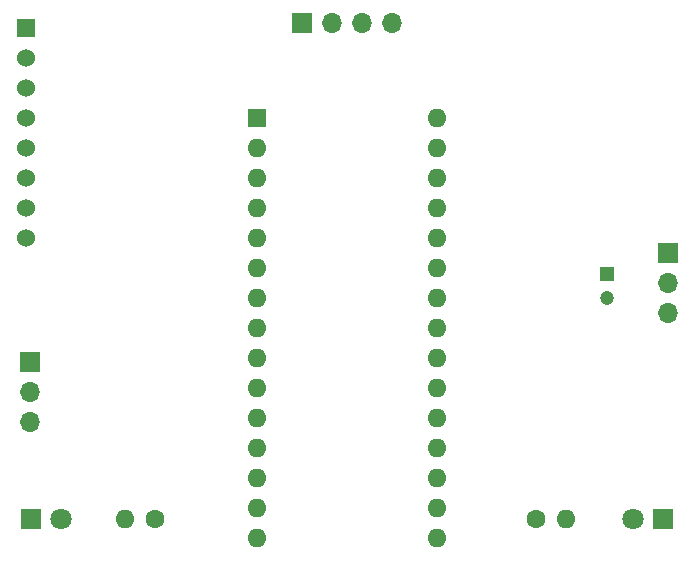
<source format=gts>
%TF.GenerationSoftware,KiCad,Pcbnew,8.0.6*%
%TF.CreationDate,2025-04-16T21:55:29+02:00*%
%TF.ProjectId,Autonomous_KiCAD8,4175746f-6e6f-46d6-9f75-735f4b694341,rev?*%
%TF.SameCoordinates,Original*%
%TF.FileFunction,Soldermask,Top*%
%TF.FilePolarity,Negative*%
%FSLAX46Y46*%
G04 Gerber Fmt 4.6, Leading zero omitted, Abs format (unit mm)*
G04 Created by KiCad (PCBNEW 8.0.6) date 2025-04-16 21:55:29*
%MOMM*%
%LPD*%
G01*
G04 APERTURE LIST*
%ADD10C,1.524000*%
%ADD11R,1.524000X1.524000*%
%ADD12R,1.700000X1.700000*%
%ADD13O,1.700000X1.700000*%
%ADD14R,1.200000X1.200000*%
%ADD15C,1.200000*%
%ADD16C,1.600000*%
%ADD17O,1.600000X1.600000*%
%ADD18R,1.800000X1.800000*%
%ADD19C,1.800000*%
%ADD20R,1.600000X1.600000*%
G04 APERTURE END LIST*
D10*
%TO.C,U1*%
X141800000Y-91020000D03*
X141800000Y-88480000D03*
X141800000Y-85940000D03*
X141800000Y-83400000D03*
X141800000Y-80860000D03*
X141800000Y-78320000D03*
X141800000Y-75780000D03*
D11*
X141800000Y-73240000D03*
%TD*%
D12*
%TO.C,J4*%
X165170000Y-72800000D03*
D13*
X167710000Y-72800000D03*
X170250000Y-72800000D03*
X172790000Y-72800000D03*
%TD*%
D14*
%TO.C,C1*%
X191000000Y-94027400D03*
D15*
X191000000Y-96027400D03*
%TD*%
D16*
%TO.C,R2*%
X185060000Y-114800000D03*
D17*
X187600000Y-114800000D03*
%TD*%
D16*
%TO.C,R1*%
X152800000Y-114800000D03*
D17*
X150260000Y-114800000D03*
%TD*%
D12*
%TO.C,J3*%
X142200000Y-101520000D03*
D13*
X142200000Y-104060000D03*
X142200000Y-106600000D03*
%TD*%
D12*
%TO.C,J1*%
X196200000Y-92260000D03*
D13*
X196200000Y-94800000D03*
X196200000Y-97340000D03*
%TD*%
D18*
%TO.C,D2*%
X195800000Y-114800000D03*
D19*
X193260000Y-114800000D03*
%TD*%
D18*
%TO.C,D1*%
X142260000Y-114800000D03*
D19*
X144800000Y-114800000D03*
%TD*%
D20*
%TO.C,A1*%
X161360000Y-80840000D03*
D17*
X161360000Y-83380000D03*
X161360000Y-85920000D03*
X161360000Y-88460000D03*
X161360000Y-91000000D03*
X161360000Y-93540000D03*
X161360000Y-96080000D03*
X161360000Y-98620000D03*
X161360000Y-101160000D03*
X161360000Y-103700000D03*
X161360000Y-106240000D03*
X161360000Y-108780000D03*
X161360000Y-111320000D03*
X161360000Y-113860000D03*
X161360000Y-116400000D03*
X176600000Y-116400000D03*
X176600000Y-113860000D03*
X176600000Y-111320000D03*
X176600000Y-108780000D03*
X176600000Y-106240000D03*
X176600000Y-103700000D03*
X176600000Y-101160000D03*
X176600000Y-98620000D03*
X176600000Y-96080000D03*
X176600000Y-93540000D03*
X176600000Y-91000000D03*
X176600000Y-88460000D03*
X176600000Y-85920000D03*
X176600000Y-83380000D03*
X176600000Y-80840000D03*
%TD*%
M02*

</source>
